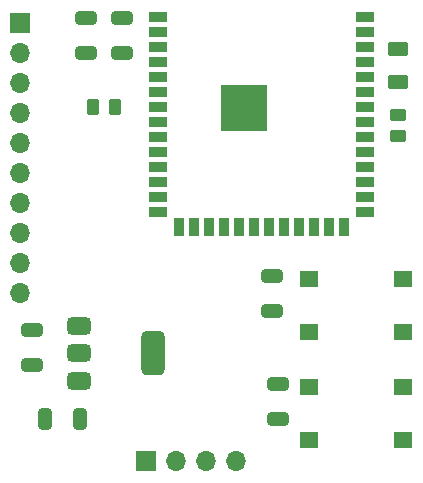
<source format=gts>
%TF.GenerationSoftware,KiCad,Pcbnew,8.0.9-8.0.9-0~ubuntu20.04.1*%
%TF.CreationDate,2025-05-17T12:19:42+02:00*%
%TF.ProjectId,Buch_ESP32_1_Kap9_ESP_Standard,42756368-5f45-4535-9033-325f315f4b61,rev?*%
%TF.SameCoordinates,Original*%
%TF.FileFunction,Soldermask,Top*%
%TF.FilePolarity,Negative*%
%FSLAX46Y46*%
G04 Gerber Fmt 4.6, Leading zero omitted, Abs format (unit mm)*
G04 Created by KiCad (PCBNEW 8.0.9-8.0.9-0~ubuntu20.04.1) date 2025-05-17 12:19:42*
%MOMM*%
%LPD*%
G01*
G04 APERTURE LIST*
G04 Aperture macros list*
%AMRoundRect*
0 Rectangle with rounded corners*
0 $1 Rounding radius*
0 $2 $3 $4 $5 $6 $7 $8 $9 X,Y pos of 4 corners*
0 Add a 4 corners polygon primitive as box body*
4,1,4,$2,$3,$4,$5,$6,$7,$8,$9,$2,$3,0*
0 Add four circle primitives for the rounded corners*
1,1,$1+$1,$2,$3*
1,1,$1+$1,$4,$5*
1,1,$1+$1,$6,$7*
1,1,$1+$1,$8,$9*
0 Add four rect primitives between the rounded corners*
20,1,$1+$1,$2,$3,$4,$5,0*
20,1,$1+$1,$4,$5,$6,$7,0*
20,1,$1+$1,$6,$7,$8,$9,0*
20,1,$1+$1,$8,$9,$2,$3,0*%
G04 Aperture macros list end*
%ADD10RoundRect,0.375000X-0.625000X-0.375000X0.625000X-0.375000X0.625000X0.375000X-0.625000X0.375000X0*%
%ADD11RoundRect,0.500000X-0.500000X-1.400000X0.500000X-1.400000X0.500000X1.400000X-0.500000X1.400000X0*%
%ADD12RoundRect,0.250000X0.650000X-0.325000X0.650000X0.325000X-0.650000X0.325000X-0.650000X-0.325000X0*%
%ADD13R,1.700000X1.700000*%
%ADD14O,1.700000X1.700000*%
%ADD15RoundRect,0.250000X0.325000X0.650000X-0.325000X0.650000X-0.325000X-0.650000X0.325000X-0.650000X0*%
%ADD16RoundRect,0.250000X-0.262500X-0.450000X0.262500X-0.450000X0.262500X0.450000X-0.262500X0.450000X0*%
%ADD17R,1.600000X1.400000*%
%ADD18RoundRect,0.250000X-0.450000X0.262500X-0.450000X-0.262500X0.450000X-0.262500X0.450000X0.262500X0*%
%ADD19R,1.500000X0.900000*%
%ADD20R,0.900000X1.500000*%
%ADD21C,0.600000*%
%ADD22R,3.900000X3.900000*%
%ADD23RoundRect,0.250000X0.625000X-0.375000X0.625000X0.375000X-0.625000X0.375000X-0.625000X-0.375000X0*%
G04 APERTURE END LIST*
D10*
%TO.C,IC1*%
X140614000Y-118604000D03*
X140614000Y-120904000D03*
D11*
X146914000Y-120904000D03*
D10*
X140614000Y-123204000D03*
%TD*%
D12*
%TO.C,C4*%
X157480000Y-126443000D03*
X157480000Y-123493000D03*
%TD*%
D13*
%TO.C,J3*%
X146304000Y-130048000D03*
D14*
X148844000Y-130048000D03*
X151384000Y-130048000D03*
X153924000Y-130048000D03*
%TD*%
D15*
%TO.C,C1*%
X140667000Y-126492000D03*
X137717000Y-126492000D03*
%TD*%
D12*
%TO.C,C5*%
X141224000Y-95455000D03*
X141224000Y-92505000D03*
%TD*%
%TO.C,C2*%
X136666000Y-121871000D03*
X136666000Y-118921000D03*
%TD*%
D16*
%TO.C,R2*%
X141835500Y-100076000D03*
X143660500Y-100076000D03*
%TD*%
D13*
%TO.C,J1*%
X135636000Y-92964000D03*
D14*
X135636000Y-95504000D03*
X135636000Y-98044000D03*
X135636000Y-100584000D03*
X135636000Y-103124000D03*
X135636000Y-105664000D03*
X135636000Y-108204000D03*
X135636000Y-110744000D03*
X135636000Y-113284000D03*
X135636000Y-115824000D03*
%TD*%
D17*
%TO.C,SW1*%
X160084000Y-123734000D03*
X168084000Y-123734000D03*
X160084000Y-128234000D03*
X168084000Y-128234000D03*
%TD*%
D18*
%TO.C,R1*%
X167640000Y-100687500D03*
X167640000Y-102512500D03*
%TD*%
D19*
%TO.C,IC2*%
X147306000Y-92424000D03*
X147306000Y-93694000D03*
X147306000Y-94964000D03*
X147306000Y-96234000D03*
X147306000Y-97504000D03*
X147306000Y-98774000D03*
X147306000Y-100044000D03*
X147306000Y-101314000D03*
X147306000Y-102584000D03*
X147306000Y-103854000D03*
X147306000Y-105124000D03*
X147306000Y-106394000D03*
X147306000Y-107664000D03*
X147306000Y-108934000D03*
D20*
X149071000Y-110184000D03*
X150341000Y-110184000D03*
X151611000Y-110184000D03*
X152881000Y-110184000D03*
X154151000Y-110184000D03*
X155421000Y-110184000D03*
X156691000Y-110184000D03*
X157961000Y-110184000D03*
X159231000Y-110184000D03*
X160501000Y-110184000D03*
X161771000Y-110184000D03*
X163041000Y-110184000D03*
D19*
X164806000Y-108934000D03*
X164806000Y-107664000D03*
X164806000Y-106394000D03*
X164806000Y-105124000D03*
X164806000Y-103854000D03*
X164806000Y-102584000D03*
X164806000Y-101314000D03*
X164806000Y-100044000D03*
X164806000Y-98774000D03*
X164806000Y-97504000D03*
X164806000Y-96234000D03*
X164806000Y-94964000D03*
X164806000Y-93694000D03*
X164806000Y-92424000D03*
D21*
X153156000Y-99444000D03*
X153156000Y-100844000D03*
X153856000Y-98744000D03*
X153856000Y-100144000D03*
X153856000Y-101544000D03*
X154556000Y-99444000D03*
D22*
X154556000Y-100144000D03*
D21*
X154556000Y-100844000D03*
X155256000Y-98744000D03*
X155256000Y-100144000D03*
X155256000Y-101544000D03*
X155956000Y-99444000D03*
X155956000Y-100844000D03*
%TD*%
D12*
%TO.C,C6*%
X156972000Y-117299000D03*
X156972000Y-114349000D03*
%TD*%
D23*
%TO.C,D1*%
X167640000Y-97920000D03*
X167640000Y-95120000D03*
%TD*%
D17*
%TO.C,SW2*%
X160084000Y-114590000D03*
X168084000Y-114590000D03*
X160084000Y-119090000D03*
X168084000Y-119090000D03*
%TD*%
D12*
%TO.C,C3*%
X144272000Y-95455000D03*
X144272000Y-92505000D03*
%TD*%
M02*

</source>
